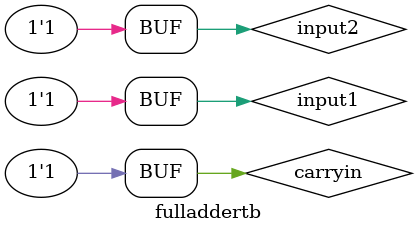
<source format=v>
`timescale 1ns / 100ps 
 
module fulladdertb; 
 
reg input1;
reg input2;
reg carryin;
 
wire out;
wire carryout;
 
 
fulladder uut (
.x(input1),
.y(input2),
.cin(carryin),
.A(out),
.cout(carryout)
);
 
initial
begin

input1 =0;
input2 =0;
carryin =0;
#20; input1 =1;
#20; input2 =1;
#20; input1 =0;
#20; carryin =1;
#20; input2=0;
#20; input1=1; 
#20; input2=1;
#40;
end
 
 
initial
begin
$dumpfile("test.vcd");
$dumpvars(0,fulladdertb);
$monitor("time = %2d, CIN =%1b, IN1=%1b, IN2=%1b, COUT=%1b, OUT=%1b", $time,carryin,input2, input1,carryout,out);
end
 
endmodule
</source>
